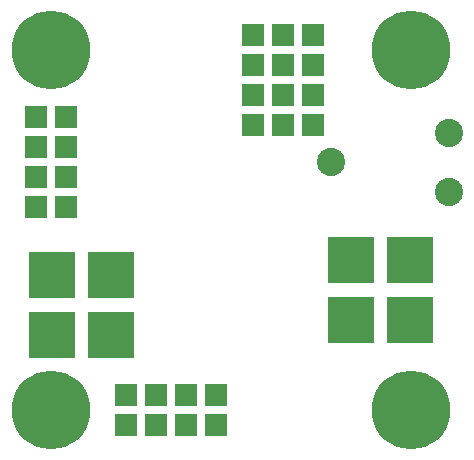
<source format=gbr>
G75*
G70*
%OFA0B0*%
%FSLAX24Y24*%
%IPPOS*%
%LPD*%
%AMOC8*
5,1,8,0,0,1.08239X$1,22.5*
%
%ADD10R,0.0730X0.0730*%
%ADD11C,0.2620*%
%ADD12R,0.1580X0.1580*%
%ADD13C,0.0940*%
D10*
X004680Y001680D03*
X004680Y002680D03*
X005680Y002680D03*
X006680Y002680D03*
X007680Y002680D03*
X007680Y001680D03*
X006680Y001680D03*
X005680Y001680D03*
X002680Y008930D03*
X002680Y009930D03*
X002680Y010930D03*
X002680Y011930D03*
X001680Y011930D03*
X001680Y010930D03*
X001680Y009930D03*
X001680Y008930D03*
X008930Y011680D03*
X008930Y012680D03*
X008930Y013680D03*
X009930Y013680D03*
X009930Y012680D03*
X009930Y011680D03*
X010930Y011680D03*
X010930Y012680D03*
X010930Y013680D03*
X010930Y014680D03*
X009930Y014680D03*
X008930Y014680D03*
D11*
X002180Y002180D03*
X002180Y014180D03*
X014180Y014180D03*
X014180Y002180D03*
D12*
X014149Y005180D03*
X012180Y005180D03*
X012180Y007180D03*
X014149Y007180D03*
X004180Y006680D03*
X002211Y006680D03*
X002211Y004680D03*
X004180Y004680D03*
D13*
X011524Y010430D03*
X015461Y009446D03*
X015461Y011414D03*
M02*

</source>
